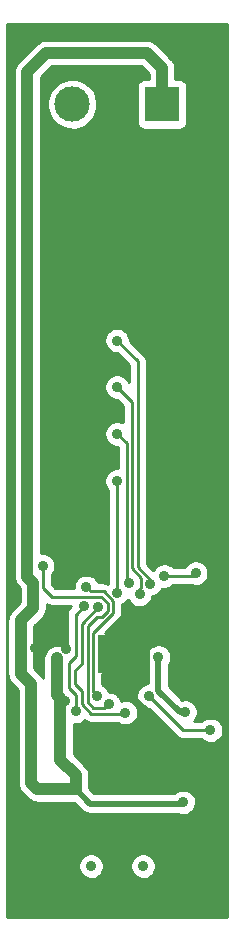
<source format=gbl>
G04 (created by PCBNEW (2013-mar-13)-testing) date Sun 16 Jun 2013 12:52:20 AM NZST*
%MOIN*%
G04 Gerber Fmt 3.4, Leading zero omitted, Abs format*
%FSLAX34Y34*%
G01*
G70*
G90*
G04 APERTURE LIST*
%ADD10C,0.005906*%
%ADD11R,0.125984X0.125984*%
%ADD12C,0.035400*%
%ADD13R,0.118100X0.118100*%
%ADD14C,0.118100*%
%ADD15C,0.035000*%
%ADD16C,0.019685*%
%ADD17C,0.039370*%
%ADD18C,0.010000*%
%ADD19C,0.009843*%
G04 APERTURE END LIST*
G54D10*
G54D11*
X31496Y-39960D03*
G54D12*
X32362Y-47047D03*
X30630Y-47047D03*
G54D13*
X32992Y-21653D03*
G54D14*
X30000Y-21653D03*
G54D15*
X33700Y-44921D03*
X29488Y-40118D03*
X33759Y-41909D03*
X32874Y-40078D03*
X29763Y-41535D03*
X30118Y-44488D03*
X31220Y-41653D03*
X29015Y-37047D03*
X30866Y-38425D03*
X31771Y-41929D03*
X30393Y-38385D03*
X30118Y-41889D03*
X30472Y-37755D03*
X30826Y-41377D03*
X31496Y-34212D03*
X31496Y-37933D03*
X31889Y-37598D03*
X31496Y-32637D03*
X32244Y-37992D03*
X31496Y-31082D03*
X32598Y-37637D03*
X31496Y-29527D03*
X34606Y-42519D03*
X32559Y-41377D03*
X34114Y-37283D03*
X33070Y-37381D03*
X32874Y-44488D03*
X29803Y-39803D03*
X28100Y-41446D03*
X28100Y-38080D03*
X29911Y-37214D03*
X28759Y-39763D03*
X31614Y-41299D03*
X33720Y-38090D03*
G54D16*
X30590Y-44960D02*
X30118Y-44488D01*
X33661Y-44960D02*
X30590Y-44960D01*
X33700Y-44921D02*
X33661Y-44960D01*
G54D17*
X28287Y-39035D02*
X28287Y-38858D01*
X28287Y-38858D02*
X28700Y-38444D01*
X28838Y-44488D02*
X28641Y-44291D01*
X28641Y-44291D02*
X28641Y-40984D01*
X28641Y-40984D02*
X28287Y-40629D01*
X28287Y-40629D02*
X28287Y-39035D01*
X28503Y-20570D02*
X29133Y-19940D01*
X29133Y-19940D02*
X32480Y-19940D01*
X32480Y-19940D02*
X32992Y-20452D01*
X32992Y-20452D02*
X32992Y-21653D01*
X30118Y-44488D02*
X28838Y-44488D01*
X28503Y-37401D02*
X28503Y-20570D01*
X28700Y-37598D02*
X28503Y-37401D01*
X28700Y-38444D02*
X28700Y-37598D01*
X29606Y-41535D02*
X29606Y-41456D01*
X29488Y-41338D02*
X29488Y-40118D01*
X29606Y-41456D02*
X29488Y-41338D01*
G54D16*
X33582Y-41909D02*
X33759Y-41909D01*
X32874Y-41200D02*
X33582Y-41909D01*
X32874Y-40078D02*
X32874Y-41200D01*
G54D18*
X29606Y-41535D02*
X29763Y-41535D01*
G54D17*
X30118Y-44015D02*
X30118Y-44488D01*
X29606Y-41535D02*
X29606Y-43503D01*
X29606Y-43503D02*
X30118Y-44015D01*
G54D18*
X31220Y-41653D02*
X31181Y-41653D01*
X31181Y-38287D02*
X30964Y-38070D01*
X30964Y-38070D02*
X29315Y-38070D01*
X29315Y-38070D02*
X29015Y-37770D01*
X29015Y-36968D02*
X29015Y-37770D01*
X31181Y-38543D02*
X31181Y-38287D01*
X30985Y-38738D02*
X31181Y-38543D01*
X30831Y-38738D02*
X30985Y-38738D01*
X30511Y-39058D02*
X30831Y-38738D01*
X30511Y-39058D02*
X30511Y-41574D01*
X30708Y-41771D02*
X30511Y-41574D01*
X31062Y-41771D02*
X30708Y-41771D01*
X31181Y-41653D02*
X31062Y-41771D01*
G54D19*
X30078Y-40984D02*
X30078Y-40529D01*
G54D18*
X30078Y-40529D02*
X30314Y-40293D01*
X30314Y-40293D02*
X30314Y-38976D01*
X30314Y-38976D02*
X30866Y-38425D01*
X30629Y-41968D02*
X30314Y-41653D01*
X30078Y-40984D02*
X30314Y-41220D01*
X30314Y-41220D02*
X30314Y-41653D01*
X30629Y-41968D02*
X31732Y-41968D01*
X31732Y-41968D02*
X31771Y-41929D01*
X31732Y-41968D02*
X31771Y-41929D01*
G54D19*
X30118Y-38661D02*
X30118Y-40039D01*
G54D18*
X30118Y-38661D02*
X30393Y-38385D01*
X29881Y-40275D02*
X29881Y-41102D01*
X29881Y-41102D02*
X30118Y-41338D01*
X30118Y-41338D02*
X30118Y-41889D01*
G54D19*
X30118Y-40039D02*
X29881Y-40275D01*
X31358Y-38602D02*
X31358Y-38603D01*
G54D18*
X31358Y-38602D02*
X31358Y-38208D01*
X31358Y-38208D02*
X31043Y-37893D01*
X31043Y-37893D02*
X30610Y-37893D01*
X30610Y-37893D02*
X30472Y-37755D01*
G54D19*
X30688Y-41240D02*
X30826Y-41377D01*
X30688Y-39272D02*
X30688Y-41240D01*
X31358Y-38603D02*
X30688Y-39272D01*
X30846Y-41358D02*
X30826Y-41377D01*
G54D18*
X31496Y-37933D02*
X31496Y-34212D01*
X31811Y-37519D02*
X31889Y-37598D01*
X31811Y-32952D02*
X31496Y-32637D01*
X31811Y-37204D02*
X31811Y-32952D01*
X31811Y-37204D02*
X31811Y-37519D01*
X32244Y-37992D02*
X32244Y-37814D01*
X31988Y-31574D02*
X31496Y-31082D01*
X31988Y-37125D02*
X31988Y-31574D01*
X32303Y-37440D02*
X31988Y-37125D01*
X32303Y-37755D02*
X32303Y-37440D01*
X32244Y-37814D02*
X32303Y-37755D01*
X32598Y-37637D02*
X32598Y-37500D01*
X32185Y-30216D02*
X31496Y-29527D01*
X32185Y-37086D02*
X32185Y-30216D01*
X32598Y-37500D02*
X32185Y-37086D01*
X33700Y-42519D02*
X34606Y-42519D01*
X32559Y-41377D02*
X33700Y-42519D01*
X33070Y-37381D02*
X34015Y-37381D01*
X34015Y-37381D02*
X34114Y-37283D01*
X33070Y-37381D02*
X33129Y-37322D01*
G54D16*
X32480Y-44094D02*
X32480Y-41889D01*
X32874Y-44488D02*
X32480Y-44094D01*
X32480Y-41889D02*
X31889Y-41299D01*
X28759Y-39763D02*
X28996Y-39527D01*
X29803Y-39724D02*
X29803Y-39803D01*
X29606Y-39527D02*
X29803Y-39724D01*
X28996Y-39527D02*
X29606Y-39527D01*
G54D19*
X28090Y-41496D02*
X28090Y-41456D01*
X28090Y-41456D02*
X28100Y-41446D01*
X28100Y-38080D02*
X28090Y-38070D01*
X29911Y-37214D02*
X29921Y-37224D01*
G54D16*
X28759Y-39763D02*
X28759Y-39744D01*
X31614Y-41299D02*
X31889Y-41299D01*
X31889Y-41299D02*
X32480Y-40708D01*
X33031Y-38090D02*
X33720Y-38090D01*
X32480Y-38641D02*
X33031Y-38090D01*
X32480Y-40708D02*
X32480Y-38641D01*
G54D10*
G36*
X29968Y-38370D02*
X29968Y-38386D01*
X29905Y-38449D01*
X29868Y-38494D01*
X29841Y-38546D01*
X29824Y-38602D01*
X29818Y-38660D01*
X29818Y-38668D01*
X29818Y-39819D01*
X29805Y-39803D01*
X29738Y-39747D01*
X29661Y-39706D01*
X29578Y-39680D01*
X29491Y-39671D01*
X29404Y-39679D01*
X29320Y-39703D01*
X29243Y-39744D01*
X29175Y-39798D01*
X29119Y-39865D01*
X29077Y-39942D01*
X29051Y-40025D01*
X29041Y-40111D01*
X29041Y-40118D01*
X29041Y-40788D01*
X29035Y-40777D01*
X29016Y-40740D01*
X29015Y-40739D01*
X29013Y-40736D01*
X28987Y-40704D01*
X28962Y-40672D01*
X28958Y-40669D01*
X28958Y-40669D01*
X28958Y-40669D01*
X28957Y-40668D01*
X28734Y-40444D01*
X28734Y-39043D01*
X29016Y-38760D01*
X29042Y-38728D01*
X29069Y-38697D01*
X29070Y-38695D01*
X29072Y-38693D01*
X29091Y-38657D01*
X29111Y-38620D01*
X29112Y-38618D01*
X29113Y-38616D01*
X29125Y-38577D01*
X29137Y-38537D01*
X29138Y-38535D01*
X29138Y-38533D01*
X29142Y-38492D01*
X29147Y-38451D01*
X29147Y-38446D01*
X29147Y-38446D01*
X29147Y-38446D01*
X29147Y-38444D01*
X29147Y-38319D01*
X29147Y-38319D01*
X29148Y-38320D01*
X29173Y-38333D01*
X29197Y-38346D01*
X29199Y-38347D01*
X29200Y-38347D01*
X29226Y-38355D01*
X29253Y-38364D01*
X29254Y-38364D01*
X29256Y-38364D01*
X29284Y-38367D01*
X29311Y-38370D01*
X29314Y-38370D01*
X29314Y-38370D01*
X29314Y-38370D01*
X29315Y-38370D01*
X29968Y-38370D01*
X29968Y-38370D01*
G37*
G54D18*
X29968Y-38370D02*
X29968Y-38386D01*
X29905Y-38449D01*
X29868Y-38494D01*
X29841Y-38546D01*
X29824Y-38602D01*
X29818Y-38660D01*
X29818Y-38668D01*
X29818Y-39819D01*
X29805Y-39803D01*
X29738Y-39747D01*
X29661Y-39706D01*
X29578Y-39680D01*
X29491Y-39671D01*
X29404Y-39679D01*
X29320Y-39703D01*
X29243Y-39744D01*
X29175Y-39798D01*
X29119Y-39865D01*
X29077Y-39942D01*
X29051Y-40025D01*
X29041Y-40111D01*
X29041Y-40118D01*
X29041Y-40788D01*
X29035Y-40777D01*
X29016Y-40740D01*
X29015Y-40739D01*
X29013Y-40736D01*
X28987Y-40704D01*
X28962Y-40672D01*
X28958Y-40669D01*
X28958Y-40669D01*
X28958Y-40669D01*
X28957Y-40668D01*
X28734Y-40444D01*
X28734Y-39043D01*
X29016Y-38760D01*
X29042Y-38728D01*
X29069Y-38697D01*
X29070Y-38695D01*
X29072Y-38693D01*
X29091Y-38657D01*
X29111Y-38620D01*
X29112Y-38618D01*
X29113Y-38616D01*
X29125Y-38577D01*
X29137Y-38537D01*
X29138Y-38535D01*
X29138Y-38533D01*
X29142Y-38492D01*
X29147Y-38451D01*
X29147Y-38446D01*
X29147Y-38446D01*
X29147Y-38446D01*
X29147Y-38444D01*
X29147Y-38319D01*
X29147Y-38319D01*
X29148Y-38320D01*
X29173Y-38333D01*
X29197Y-38346D01*
X29199Y-38347D01*
X29200Y-38347D01*
X29226Y-38355D01*
X29253Y-38364D01*
X29254Y-38364D01*
X29256Y-38364D01*
X29284Y-38367D01*
X29311Y-38370D01*
X29314Y-38370D01*
X29314Y-38370D01*
X29314Y-38370D01*
X29315Y-38370D01*
X29968Y-38370D01*
G54D10*
G36*
X35163Y-48746D02*
X35031Y-48746D01*
X35031Y-42478D01*
X35015Y-42396D01*
X34983Y-42319D01*
X34937Y-42249D01*
X34878Y-42190D01*
X34809Y-42144D01*
X34732Y-42111D01*
X34650Y-42094D01*
X34567Y-42094D01*
X34539Y-42099D01*
X34539Y-37241D01*
X34523Y-37160D01*
X34491Y-37082D01*
X34445Y-37013D01*
X34386Y-36954D01*
X34317Y-36907D01*
X34240Y-36875D01*
X34158Y-36858D01*
X34075Y-36858D01*
X33993Y-36873D01*
X33916Y-36905D01*
X33846Y-36950D01*
X33787Y-37008D01*
X33739Y-37077D01*
X33738Y-37081D01*
X33371Y-37081D01*
X33343Y-37052D01*
X33273Y-37006D01*
X33197Y-36973D01*
X33115Y-36957D01*
X33032Y-36956D01*
X32950Y-36972D01*
X32873Y-37003D01*
X32803Y-37049D01*
X32743Y-37107D01*
X32697Y-37174D01*
X32485Y-36962D01*
X32485Y-30216D01*
X32482Y-30188D01*
X32479Y-30161D01*
X32479Y-30159D01*
X32479Y-30158D01*
X32471Y-30131D01*
X32463Y-30105D01*
X32462Y-30103D01*
X32462Y-30102D01*
X32449Y-30077D01*
X32436Y-30053D01*
X32435Y-30051D01*
X32434Y-30050D01*
X32417Y-30029D01*
X32400Y-30007D01*
X32397Y-30005D01*
X32397Y-30005D01*
X32397Y-30005D01*
X32397Y-30004D01*
X31920Y-29527D01*
X31921Y-29485D01*
X31904Y-29404D01*
X31873Y-29327D01*
X31827Y-29257D01*
X31768Y-29198D01*
X31699Y-29151D01*
X31622Y-29119D01*
X31540Y-29102D01*
X31457Y-29102D01*
X31375Y-29117D01*
X31298Y-29149D01*
X31228Y-29194D01*
X31168Y-29253D01*
X31121Y-29321D01*
X31088Y-29398D01*
X31071Y-29479D01*
X31070Y-29563D01*
X31085Y-29645D01*
X31116Y-29722D01*
X31161Y-29792D01*
X31219Y-29852D01*
X31287Y-29900D01*
X31364Y-29933D01*
X31445Y-29951D01*
X31496Y-29952D01*
X31885Y-30340D01*
X31885Y-30911D01*
X31873Y-30882D01*
X31827Y-30812D01*
X31768Y-30753D01*
X31699Y-30707D01*
X31622Y-30674D01*
X31540Y-30657D01*
X31457Y-30657D01*
X31375Y-30672D01*
X31298Y-30704D01*
X31228Y-30749D01*
X31168Y-30808D01*
X31121Y-30876D01*
X31088Y-30953D01*
X31071Y-31035D01*
X31070Y-31118D01*
X31085Y-31200D01*
X31116Y-31277D01*
X31161Y-31347D01*
X31219Y-31407D01*
X31287Y-31455D01*
X31364Y-31488D01*
X31445Y-31506D01*
X31496Y-31507D01*
X31688Y-31699D01*
X31688Y-32257D01*
X31622Y-32229D01*
X31540Y-32213D01*
X31457Y-32212D01*
X31375Y-32228D01*
X31298Y-32259D01*
X31228Y-32304D01*
X31168Y-32363D01*
X31121Y-32432D01*
X31088Y-32508D01*
X31071Y-32590D01*
X31070Y-32673D01*
X31085Y-32755D01*
X31116Y-32833D01*
X31161Y-32903D01*
X31219Y-32963D01*
X31287Y-33010D01*
X31364Y-33043D01*
X31445Y-33061D01*
X31496Y-33062D01*
X31511Y-33077D01*
X31511Y-33787D01*
X31457Y-33787D01*
X31375Y-33802D01*
X31298Y-33834D01*
X31228Y-33879D01*
X31168Y-33938D01*
X31121Y-34006D01*
X31088Y-34083D01*
X31071Y-34164D01*
X31070Y-34248D01*
X31085Y-34330D01*
X31116Y-34407D01*
X31161Y-34477D01*
X31196Y-34513D01*
X31196Y-37631D01*
X31192Y-37635D01*
X31185Y-37631D01*
X31161Y-37617D01*
X31159Y-37617D01*
X31158Y-37616D01*
X31132Y-37608D01*
X31105Y-37600D01*
X31104Y-37600D01*
X31102Y-37599D01*
X31075Y-37596D01*
X31047Y-37593D01*
X31044Y-37593D01*
X31044Y-37593D01*
X31044Y-37593D01*
X31043Y-37593D01*
X30865Y-37593D01*
X30849Y-37555D01*
X30840Y-37542D01*
X30840Y-21571D01*
X30808Y-21409D01*
X30745Y-21257D01*
X30654Y-21119D01*
X30538Y-21002D01*
X30401Y-20910D01*
X30249Y-20846D01*
X30088Y-20813D01*
X29923Y-20812D01*
X29761Y-20843D01*
X29608Y-20905D01*
X29470Y-20995D01*
X29353Y-21110D01*
X29259Y-21246D01*
X29195Y-21398D01*
X29160Y-21559D01*
X29158Y-21724D01*
X29188Y-21886D01*
X29248Y-22039D01*
X29338Y-22178D01*
X29452Y-22296D01*
X29588Y-22390D01*
X29739Y-22456D01*
X29900Y-22492D01*
X30064Y-22495D01*
X30227Y-22466D01*
X30380Y-22407D01*
X30520Y-22319D01*
X30639Y-22205D01*
X30734Y-22070D01*
X30801Y-21920D01*
X30837Y-21759D01*
X30840Y-21571D01*
X30840Y-37542D01*
X30803Y-37485D01*
X30744Y-37426D01*
X30675Y-37380D01*
X30598Y-37347D01*
X30517Y-37331D01*
X30433Y-37330D01*
X30351Y-37346D01*
X30274Y-37377D01*
X30204Y-37423D01*
X30145Y-37481D01*
X30098Y-37550D01*
X30065Y-37626D01*
X30048Y-37708D01*
X30047Y-37770D01*
X29440Y-37770D01*
X29315Y-37646D01*
X29315Y-37348D01*
X29339Y-37326D01*
X29387Y-37258D01*
X29420Y-37182D01*
X29439Y-37100D01*
X29440Y-37005D01*
X29424Y-36923D01*
X29392Y-36846D01*
X29346Y-36777D01*
X29287Y-36718D01*
X29218Y-36671D01*
X29142Y-36639D01*
X29060Y-36622D01*
X28977Y-36621D01*
X28950Y-36626D01*
X28950Y-20755D01*
X29318Y-20387D01*
X32295Y-20387D01*
X32545Y-20637D01*
X32545Y-20813D01*
X32376Y-20813D01*
X32328Y-20822D01*
X32283Y-20841D01*
X32242Y-20868D01*
X32207Y-20903D01*
X32180Y-20944D01*
X32161Y-20990D01*
X32151Y-21038D01*
X32151Y-21087D01*
X32151Y-22268D01*
X32161Y-22316D01*
X32180Y-22362D01*
X32207Y-22403D01*
X32242Y-22438D01*
X32283Y-22465D01*
X32328Y-22484D01*
X32376Y-22494D01*
X32426Y-22494D01*
X33607Y-22494D01*
X33655Y-22484D01*
X33700Y-22465D01*
X33741Y-22438D01*
X33776Y-22403D01*
X33804Y-22362D01*
X33822Y-22316D01*
X33832Y-22268D01*
X33832Y-22219D01*
X33832Y-21038D01*
X33822Y-20990D01*
X33804Y-20944D01*
X33776Y-20903D01*
X33741Y-20868D01*
X33700Y-20841D01*
X33655Y-20822D01*
X33607Y-20813D01*
X33557Y-20813D01*
X33438Y-20813D01*
X33438Y-20452D01*
X33434Y-20411D01*
X33431Y-20370D01*
X33430Y-20368D01*
X33430Y-20365D01*
X33418Y-20326D01*
X33406Y-20286D01*
X33405Y-20284D01*
X33405Y-20282D01*
X33385Y-20245D01*
X33366Y-20209D01*
X33365Y-20207D01*
X33364Y-20205D01*
X33338Y-20173D01*
X33312Y-20141D01*
X33309Y-20137D01*
X33309Y-20137D01*
X33309Y-20137D01*
X33308Y-20136D01*
X32796Y-19624D01*
X32764Y-19598D01*
X32732Y-19572D01*
X32730Y-19571D01*
X32728Y-19569D01*
X32692Y-19550D01*
X32656Y-19530D01*
X32654Y-19529D01*
X32652Y-19528D01*
X32612Y-19516D01*
X32573Y-19503D01*
X32570Y-19503D01*
X32568Y-19502D01*
X32527Y-19498D01*
X32486Y-19494D01*
X32481Y-19494D01*
X32481Y-19494D01*
X32481Y-19494D01*
X32480Y-19494D01*
X29133Y-19494D01*
X29092Y-19498D01*
X29051Y-19501D01*
X29049Y-19502D01*
X29047Y-19502D01*
X29007Y-19514D01*
X28967Y-19526D01*
X28965Y-19527D01*
X28963Y-19527D01*
X28927Y-19547D01*
X28890Y-19566D01*
X28888Y-19567D01*
X28886Y-19568D01*
X28854Y-19594D01*
X28822Y-19620D01*
X28819Y-19623D01*
X28818Y-19623D01*
X28818Y-19623D01*
X28817Y-19624D01*
X28187Y-20254D01*
X28161Y-20286D01*
X28135Y-20318D01*
X28134Y-20320D01*
X28132Y-20322D01*
X28113Y-20358D01*
X28093Y-20394D01*
X28092Y-20397D01*
X28091Y-20399D01*
X28079Y-20438D01*
X28066Y-20477D01*
X28066Y-20480D01*
X28065Y-20482D01*
X28061Y-20523D01*
X28057Y-20564D01*
X28057Y-20569D01*
X28057Y-20569D01*
X28057Y-20569D01*
X28057Y-20570D01*
X28057Y-37401D01*
X28061Y-37442D01*
X28064Y-37483D01*
X28065Y-37486D01*
X28065Y-37488D01*
X28077Y-37527D01*
X28089Y-37567D01*
X28090Y-37569D01*
X28090Y-37571D01*
X28110Y-37608D01*
X28129Y-37644D01*
X28130Y-37646D01*
X28131Y-37648D01*
X28157Y-37680D01*
X28183Y-37713D01*
X28186Y-37716D01*
X28186Y-37716D01*
X28186Y-37716D01*
X28187Y-37717D01*
X28253Y-37783D01*
X28253Y-38259D01*
X27971Y-38542D01*
X27945Y-38574D01*
X27918Y-38605D01*
X27917Y-38607D01*
X27916Y-38609D01*
X27896Y-38646D01*
X27876Y-38682D01*
X27875Y-38684D01*
X27874Y-38686D01*
X27862Y-38726D01*
X27850Y-38765D01*
X27850Y-38767D01*
X27849Y-38769D01*
X27845Y-38811D01*
X27840Y-38852D01*
X27840Y-38856D01*
X27840Y-38856D01*
X27840Y-38856D01*
X27840Y-38858D01*
X27840Y-39035D01*
X27840Y-40629D01*
X27844Y-40671D01*
X27848Y-40712D01*
X27848Y-40714D01*
X27849Y-40716D01*
X27860Y-40756D01*
X27872Y-40795D01*
X27873Y-40797D01*
X27874Y-40800D01*
X27893Y-40836D01*
X27912Y-40873D01*
X27914Y-40875D01*
X27915Y-40877D01*
X27941Y-40909D01*
X27967Y-40941D01*
X27970Y-40944D01*
X27970Y-40944D01*
X27970Y-40944D01*
X27971Y-40945D01*
X28194Y-41169D01*
X28194Y-44291D01*
X28198Y-44332D01*
X28202Y-44373D01*
X28203Y-44375D01*
X28203Y-44378D01*
X28215Y-44417D01*
X28226Y-44457D01*
X28227Y-44459D01*
X28228Y-44461D01*
X28247Y-44498D01*
X28266Y-44534D01*
X28268Y-44536D01*
X28269Y-44538D01*
X28295Y-44570D01*
X28321Y-44602D01*
X28324Y-44606D01*
X28324Y-44606D01*
X28324Y-44606D01*
X28325Y-44607D01*
X28522Y-44804D01*
X28554Y-44830D01*
X28586Y-44856D01*
X28588Y-44858D01*
X28590Y-44859D01*
X28626Y-44879D01*
X28662Y-44898D01*
X28664Y-44899D01*
X28666Y-44900D01*
X28706Y-44912D01*
X28745Y-44925D01*
X28748Y-44925D01*
X28750Y-44926D01*
X28791Y-44930D01*
X28832Y-44934D01*
X28836Y-44935D01*
X28837Y-44935D01*
X28837Y-44935D01*
X28838Y-44935D01*
X30072Y-44935D01*
X30344Y-45207D01*
X30369Y-45227D01*
X30393Y-45248D01*
X30395Y-45249D01*
X30396Y-45250D01*
X30425Y-45265D01*
X30453Y-45280D01*
X30455Y-45281D01*
X30456Y-45282D01*
X30487Y-45291D01*
X30518Y-45301D01*
X30519Y-45301D01*
X30521Y-45302D01*
X30553Y-45305D01*
X30585Y-45309D01*
X30589Y-45309D01*
X30589Y-45309D01*
X30589Y-45309D01*
X30590Y-45309D01*
X33526Y-45309D01*
X33568Y-45327D01*
X33650Y-45345D01*
X33733Y-45347D01*
X33815Y-45332D01*
X33893Y-45302D01*
X33963Y-45257D01*
X34024Y-45200D01*
X34072Y-45132D01*
X34106Y-45056D01*
X34124Y-44974D01*
X34125Y-44879D01*
X34109Y-44797D01*
X34077Y-44720D01*
X34031Y-44651D01*
X33973Y-44592D01*
X33903Y-44545D01*
X33827Y-44513D01*
X33745Y-44496D01*
X33662Y-44495D01*
X33580Y-44511D01*
X33502Y-44542D01*
X33433Y-44588D01*
X33408Y-44612D01*
X30734Y-44612D01*
X30564Y-44442D01*
X30564Y-44015D01*
X30560Y-43974D01*
X30557Y-43933D01*
X30556Y-43931D01*
X30556Y-43928D01*
X30544Y-43889D01*
X30533Y-43849D01*
X30531Y-43847D01*
X30531Y-43845D01*
X30511Y-43809D01*
X30492Y-43772D01*
X30491Y-43770D01*
X30490Y-43768D01*
X30464Y-43736D01*
X30438Y-43704D01*
X30435Y-43700D01*
X30435Y-43700D01*
X30435Y-43700D01*
X30434Y-43699D01*
X30053Y-43318D01*
X30053Y-42310D01*
X30067Y-42313D01*
X30150Y-42315D01*
X30232Y-42301D01*
X30310Y-42270D01*
X30381Y-42226D01*
X30423Y-42185D01*
X30439Y-42198D01*
X30460Y-42216D01*
X30461Y-42216D01*
X30463Y-42217D01*
X30487Y-42230D01*
X30511Y-42244D01*
X30513Y-42244D01*
X30514Y-42245D01*
X30541Y-42253D01*
X30567Y-42261D01*
X30569Y-42262D01*
X30570Y-42262D01*
X30598Y-42265D01*
X30625Y-42268D01*
X30628Y-42268D01*
X30628Y-42268D01*
X30628Y-42268D01*
X30629Y-42268D01*
X31515Y-42268D01*
X31563Y-42301D01*
X31639Y-42335D01*
X31721Y-42353D01*
X31804Y-42354D01*
X31886Y-42340D01*
X31964Y-42310D01*
X32034Y-42265D01*
X32094Y-42208D01*
X32142Y-42140D01*
X32176Y-42063D01*
X32195Y-41982D01*
X32196Y-41887D01*
X32180Y-41805D01*
X32148Y-41728D01*
X32102Y-41659D01*
X32043Y-41600D01*
X31974Y-41553D01*
X31897Y-41521D01*
X31816Y-41504D01*
X31732Y-41503D01*
X31651Y-41519D01*
X31628Y-41528D01*
X31597Y-41453D01*
X31551Y-41383D01*
X31492Y-41324D01*
X31423Y-41277D01*
X31346Y-41245D01*
X31265Y-41228D01*
X31224Y-41228D01*
X31203Y-41177D01*
X31157Y-41108D01*
X31098Y-41048D01*
X31029Y-41002D01*
X30988Y-40984D01*
X30988Y-40640D01*
X31435Y-40640D01*
X31447Y-40628D01*
X31447Y-40009D01*
X31439Y-40009D01*
X31439Y-39912D01*
X31447Y-39912D01*
X31447Y-39293D01*
X31435Y-39280D01*
X31103Y-39280D01*
X31566Y-38817D01*
X31568Y-38816D01*
X31569Y-38814D01*
X31569Y-38814D01*
X31570Y-38813D01*
X31605Y-38771D01*
X31634Y-38720D01*
X31651Y-38664D01*
X31658Y-38606D01*
X31658Y-38602D01*
X31658Y-38326D01*
X31688Y-38314D01*
X31758Y-38269D01*
X31819Y-38212D01*
X31854Y-38162D01*
X31864Y-38187D01*
X31909Y-38257D01*
X31967Y-38317D01*
X32035Y-38364D01*
X32112Y-38398D01*
X32193Y-38416D01*
X32276Y-38417D01*
X32358Y-38403D01*
X32436Y-38373D01*
X32507Y-38328D01*
X32567Y-38271D01*
X32615Y-38203D01*
X32649Y-38126D01*
X32665Y-38057D01*
X32713Y-38049D01*
X32790Y-38018D01*
X32861Y-37974D01*
X32921Y-37916D01*
X32969Y-37848D01*
X32991Y-37799D01*
X33020Y-37805D01*
X33103Y-37807D01*
X33185Y-37793D01*
X33263Y-37763D01*
X33333Y-37718D01*
X33372Y-37681D01*
X33964Y-37681D01*
X33982Y-37689D01*
X34063Y-37707D01*
X34146Y-37709D01*
X34229Y-37694D01*
X34306Y-37664D01*
X34377Y-37619D01*
X34437Y-37562D01*
X34485Y-37494D01*
X34519Y-37418D01*
X34537Y-37336D01*
X34539Y-37241D01*
X34539Y-42099D01*
X34485Y-42110D01*
X34408Y-42141D01*
X34338Y-42186D01*
X34305Y-42219D01*
X34050Y-42219D01*
X34083Y-42188D01*
X34131Y-42120D01*
X34165Y-42044D01*
X34183Y-41962D01*
X34184Y-41867D01*
X34168Y-41786D01*
X34136Y-41708D01*
X34090Y-41639D01*
X34032Y-41580D01*
X33962Y-41533D01*
X33886Y-41501D01*
X33804Y-41484D01*
X33721Y-41484D01*
X33661Y-41495D01*
X33222Y-41056D01*
X33222Y-40322D01*
X33245Y-40289D01*
X33279Y-40213D01*
X33297Y-40132D01*
X33299Y-40037D01*
X33282Y-39955D01*
X33251Y-39878D01*
X33204Y-39808D01*
X33146Y-39749D01*
X33077Y-39703D01*
X33000Y-39670D01*
X32918Y-39654D01*
X32835Y-39653D01*
X32753Y-39669D01*
X32676Y-39700D01*
X32606Y-39745D01*
X32546Y-39804D01*
X32499Y-39873D01*
X32466Y-39949D01*
X32449Y-40031D01*
X32448Y-40114D01*
X32463Y-40196D01*
X32494Y-40273D01*
X32525Y-40322D01*
X32525Y-40952D01*
X32520Y-40952D01*
X32438Y-40968D01*
X32361Y-40999D01*
X32291Y-41045D01*
X32231Y-41103D01*
X32184Y-41172D01*
X32175Y-41192D01*
X32175Y-40595D01*
X32175Y-40585D01*
X32175Y-40021D01*
X32175Y-39899D01*
X32175Y-39335D01*
X32175Y-39325D01*
X32174Y-39316D01*
X32170Y-39307D01*
X32164Y-39298D01*
X32157Y-39291D01*
X32149Y-39286D01*
X32140Y-39282D01*
X32130Y-39280D01*
X31556Y-39280D01*
X31544Y-39293D01*
X31544Y-39912D01*
X32163Y-39912D01*
X32175Y-39899D01*
X32175Y-40021D01*
X32163Y-40009D01*
X31544Y-40009D01*
X31544Y-40628D01*
X31556Y-40640D01*
X32130Y-40640D01*
X32140Y-40638D01*
X32149Y-40634D01*
X32157Y-40629D01*
X32164Y-40622D01*
X32170Y-40614D01*
X32174Y-40605D01*
X32175Y-40595D01*
X32175Y-41192D01*
X32151Y-41248D01*
X32134Y-41330D01*
X32133Y-41413D01*
X32148Y-41495D01*
X32179Y-41573D01*
X32224Y-41643D01*
X32282Y-41703D01*
X32350Y-41750D01*
X32427Y-41784D01*
X32508Y-41802D01*
X32559Y-41803D01*
X33488Y-42731D01*
X33510Y-42749D01*
X33531Y-42767D01*
X33532Y-42767D01*
X33533Y-42768D01*
X33558Y-42782D01*
X33582Y-42795D01*
X33584Y-42795D01*
X33585Y-42796D01*
X33611Y-42804D01*
X33638Y-42813D01*
X33639Y-42813D01*
X33641Y-42813D01*
X33669Y-42816D01*
X33696Y-42819D01*
X33699Y-42819D01*
X33699Y-42819D01*
X33699Y-42819D01*
X33700Y-42819D01*
X34305Y-42819D01*
X34329Y-42844D01*
X34397Y-42892D01*
X34474Y-42925D01*
X34555Y-42943D01*
X34639Y-42945D01*
X34721Y-42931D01*
X34798Y-42900D01*
X34869Y-42856D01*
X34929Y-42798D01*
X34977Y-42730D01*
X35011Y-42654D01*
X35029Y-42573D01*
X35031Y-42478D01*
X35031Y-48746D01*
X32789Y-48746D01*
X32789Y-47005D01*
X32772Y-46923D01*
X32740Y-46845D01*
X32694Y-46776D01*
X32635Y-46716D01*
X32566Y-46669D01*
X32488Y-46637D01*
X32406Y-46620D01*
X32323Y-46619D01*
X32240Y-46635D01*
X32163Y-46667D01*
X32093Y-46712D01*
X32033Y-46771D01*
X31986Y-46840D01*
X31953Y-46917D01*
X31935Y-46999D01*
X31934Y-47083D01*
X31949Y-47165D01*
X31980Y-47243D01*
X32025Y-47313D01*
X32083Y-47373D01*
X32152Y-47421D01*
X32229Y-47455D01*
X32311Y-47473D01*
X32394Y-47475D01*
X32477Y-47460D01*
X32555Y-47430D01*
X32626Y-47385D01*
X32686Y-47327D01*
X32735Y-47259D01*
X32769Y-47182D01*
X32787Y-47101D01*
X32789Y-47005D01*
X32789Y-48746D01*
X31057Y-48746D01*
X31057Y-47005D01*
X31040Y-46923D01*
X31008Y-46845D01*
X30962Y-46776D01*
X30903Y-46716D01*
X30834Y-46669D01*
X30756Y-46637D01*
X30674Y-46620D01*
X30591Y-46619D01*
X30508Y-46635D01*
X30431Y-46667D01*
X30361Y-46712D01*
X30301Y-46771D01*
X30254Y-46840D01*
X30221Y-46917D01*
X30203Y-46999D01*
X30202Y-47083D01*
X30217Y-47165D01*
X30248Y-47243D01*
X30293Y-47313D01*
X30351Y-47373D01*
X30420Y-47421D01*
X30497Y-47455D01*
X30579Y-47473D01*
X30662Y-47475D01*
X30745Y-47460D01*
X30823Y-47430D01*
X30894Y-47385D01*
X30954Y-47327D01*
X31003Y-47259D01*
X31037Y-47182D01*
X31055Y-47101D01*
X31057Y-47005D01*
X31057Y-48746D01*
X27828Y-48746D01*
X27828Y-18970D01*
X35163Y-18970D01*
X35163Y-48746D01*
X35163Y-48746D01*
G37*
G54D18*
X35163Y-48746D02*
X35031Y-48746D01*
X35031Y-42478D01*
X35015Y-42396D01*
X34983Y-42319D01*
X34937Y-42249D01*
X34878Y-42190D01*
X34809Y-42144D01*
X34732Y-42111D01*
X34650Y-42094D01*
X34567Y-42094D01*
X34539Y-42099D01*
X34539Y-37241D01*
X34523Y-37160D01*
X34491Y-37082D01*
X34445Y-37013D01*
X34386Y-36954D01*
X34317Y-36907D01*
X34240Y-36875D01*
X34158Y-36858D01*
X34075Y-36858D01*
X33993Y-36873D01*
X33916Y-36905D01*
X33846Y-36950D01*
X33787Y-37008D01*
X33739Y-37077D01*
X33738Y-37081D01*
X33371Y-37081D01*
X33343Y-37052D01*
X33273Y-37006D01*
X33197Y-36973D01*
X33115Y-36957D01*
X33032Y-36956D01*
X32950Y-36972D01*
X32873Y-37003D01*
X32803Y-37049D01*
X32743Y-37107D01*
X32697Y-37174D01*
X32485Y-36962D01*
X32485Y-30216D01*
X32482Y-30188D01*
X32479Y-30161D01*
X32479Y-30159D01*
X32479Y-30158D01*
X32471Y-30131D01*
X32463Y-30105D01*
X32462Y-30103D01*
X32462Y-30102D01*
X32449Y-30077D01*
X32436Y-30053D01*
X32435Y-30051D01*
X32434Y-30050D01*
X32417Y-30029D01*
X32400Y-30007D01*
X32397Y-30005D01*
X32397Y-30005D01*
X32397Y-30005D01*
X32397Y-30004D01*
X31920Y-29527D01*
X31921Y-29485D01*
X31904Y-29404D01*
X31873Y-29327D01*
X31827Y-29257D01*
X31768Y-29198D01*
X31699Y-29151D01*
X31622Y-29119D01*
X31540Y-29102D01*
X31457Y-29102D01*
X31375Y-29117D01*
X31298Y-29149D01*
X31228Y-29194D01*
X31168Y-29253D01*
X31121Y-29321D01*
X31088Y-29398D01*
X31071Y-29479D01*
X31070Y-29563D01*
X31085Y-29645D01*
X31116Y-29722D01*
X31161Y-29792D01*
X31219Y-29852D01*
X31287Y-29900D01*
X31364Y-29933D01*
X31445Y-29951D01*
X31496Y-29952D01*
X31885Y-30340D01*
X31885Y-30911D01*
X31873Y-30882D01*
X31827Y-30812D01*
X31768Y-30753D01*
X31699Y-30707D01*
X31622Y-30674D01*
X31540Y-30657D01*
X31457Y-30657D01*
X31375Y-30672D01*
X31298Y-30704D01*
X31228Y-30749D01*
X31168Y-30808D01*
X31121Y-30876D01*
X31088Y-30953D01*
X31071Y-31035D01*
X31070Y-31118D01*
X31085Y-31200D01*
X31116Y-31277D01*
X31161Y-31347D01*
X31219Y-31407D01*
X31287Y-31455D01*
X31364Y-31488D01*
X31445Y-31506D01*
X31496Y-31507D01*
X31688Y-31699D01*
X31688Y-32257D01*
X31622Y-32229D01*
X31540Y-32213D01*
X31457Y-32212D01*
X31375Y-32228D01*
X31298Y-32259D01*
X31228Y-32304D01*
X31168Y-32363D01*
X31121Y-32432D01*
X31088Y-32508D01*
X31071Y-32590D01*
X31070Y-32673D01*
X31085Y-32755D01*
X31116Y-32833D01*
X31161Y-32903D01*
X31219Y-32963D01*
X31287Y-33010D01*
X31364Y-33043D01*
X31445Y-33061D01*
X31496Y-33062D01*
X31511Y-33077D01*
X31511Y-33787D01*
X31457Y-33787D01*
X31375Y-33802D01*
X31298Y-33834D01*
X31228Y-33879D01*
X31168Y-33938D01*
X31121Y-34006D01*
X31088Y-34083D01*
X31071Y-34164D01*
X31070Y-34248D01*
X31085Y-34330D01*
X31116Y-34407D01*
X31161Y-34477D01*
X31196Y-34513D01*
X31196Y-37631D01*
X31192Y-37635D01*
X31185Y-37631D01*
X31161Y-37617D01*
X31159Y-37617D01*
X31158Y-37616D01*
X31132Y-37608D01*
X31105Y-37600D01*
X31104Y-37600D01*
X31102Y-37599D01*
X31075Y-37596D01*
X31047Y-37593D01*
X31044Y-37593D01*
X31044Y-37593D01*
X31044Y-37593D01*
X31043Y-37593D01*
X30865Y-37593D01*
X30849Y-37555D01*
X30840Y-37542D01*
X30840Y-21571D01*
X30808Y-21409D01*
X30745Y-21257D01*
X30654Y-21119D01*
X30538Y-21002D01*
X30401Y-20910D01*
X30249Y-20846D01*
X30088Y-20813D01*
X29923Y-20812D01*
X29761Y-20843D01*
X29608Y-20905D01*
X29470Y-20995D01*
X29353Y-21110D01*
X29259Y-21246D01*
X29195Y-21398D01*
X29160Y-21559D01*
X29158Y-21724D01*
X29188Y-21886D01*
X29248Y-22039D01*
X29338Y-22178D01*
X29452Y-22296D01*
X29588Y-22390D01*
X29739Y-22456D01*
X29900Y-22492D01*
X30064Y-22495D01*
X30227Y-22466D01*
X30380Y-22407D01*
X30520Y-22319D01*
X30639Y-22205D01*
X30734Y-22070D01*
X30801Y-21920D01*
X30837Y-21759D01*
X30840Y-21571D01*
X30840Y-37542D01*
X30803Y-37485D01*
X30744Y-37426D01*
X30675Y-37380D01*
X30598Y-37347D01*
X30517Y-37331D01*
X30433Y-37330D01*
X30351Y-37346D01*
X30274Y-37377D01*
X30204Y-37423D01*
X30145Y-37481D01*
X30098Y-37550D01*
X30065Y-37626D01*
X30048Y-37708D01*
X30047Y-37770D01*
X29440Y-37770D01*
X29315Y-37646D01*
X29315Y-37348D01*
X29339Y-37326D01*
X29387Y-37258D01*
X29420Y-37182D01*
X29439Y-37100D01*
X29440Y-37005D01*
X29424Y-36923D01*
X29392Y-36846D01*
X29346Y-36777D01*
X29287Y-36718D01*
X29218Y-36671D01*
X29142Y-36639D01*
X29060Y-36622D01*
X28977Y-36621D01*
X28950Y-36626D01*
X28950Y-20755D01*
X29318Y-20387D01*
X32295Y-20387D01*
X32545Y-20637D01*
X32545Y-20813D01*
X32376Y-20813D01*
X32328Y-20822D01*
X32283Y-20841D01*
X32242Y-20868D01*
X32207Y-20903D01*
X32180Y-20944D01*
X32161Y-20990D01*
X32151Y-21038D01*
X32151Y-21087D01*
X32151Y-22268D01*
X32161Y-22316D01*
X32180Y-22362D01*
X32207Y-22403D01*
X32242Y-22438D01*
X32283Y-22465D01*
X32328Y-22484D01*
X32376Y-22494D01*
X32426Y-22494D01*
X33607Y-22494D01*
X33655Y-22484D01*
X33700Y-22465D01*
X33741Y-22438D01*
X33776Y-22403D01*
X33804Y-22362D01*
X33822Y-22316D01*
X33832Y-22268D01*
X33832Y-22219D01*
X33832Y-21038D01*
X33822Y-20990D01*
X33804Y-20944D01*
X33776Y-20903D01*
X33741Y-20868D01*
X33700Y-20841D01*
X33655Y-20822D01*
X33607Y-20813D01*
X33557Y-20813D01*
X33438Y-20813D01*
X33438Y-20452D01*
X33434Y-20411D01*
X33431Y-20370D01*
X33430Y-20368D01*
X33430Y-20365D01*
X33418Y-20326D01*
X33406Y-20286D01*
X33405Y-20284D01*
X33405Y-20282D01*
X33385Y-20245D01*
X33366Y-20209D01*
X33365Y-20207D01*
X33364Y-20205D01*
X33338Y-20173D01*
X33312Y-20141D01*
X33309Y-20137D01*
X33309Y-20137D01*
X33309Y-20137D01*
X33308Y-20136D01*
X32796Y-19624D01*
X32764Y-19598D01*
X32732Y-19572D01*
X32730Y-19571D01*
X32728Y-19569D01*
X32692Y-19550D01*
X32656Y-19530D01*
X32654Y-19529D01*
X32652Y-19528D01*
X32612Y-19516D01*
X32573Y-19503D01*
X32570Y-19503D01*
X32568Y-19502D01*
X32527Y-19498D01*
X32486Y-19494D01*
X32481Y-19494D01*
X32481Y-19494D01*
X32481Y-19494D01*
X32480Y-19494D01*
X29133Y-19494D01*
X29092Y-19498D01*
X29051Y-19501D01*
X29049Y-19502D01*
X29047Y-19502D01*
X29007Y-19514D01*
X28967Y-19526D01*
X28965Y-19527D01*
X28963Y-19527D01*
X28927Y-19547D01*
X28890Y-19566D01*
X28888Y-19567D01*
X28886Y-19568D01*
X28854Y-19594D01*
X28822Y-19620D01*
X28819Y-19623D01*
X28818Y-19623D01*
X28818Y-19623D01*
X28817Y-19624D01*
X28187Y-20254D01*
X28161Y-20286D01*
X28135Y-20318D01*
X28134Y-20320D01*
X28132Y-20322D01*
X28113Y-20358D01*
X28093Y-20394D01*
X28092Y-20397D01*
X28091Y-20399D01*
X28079Y-20438D01*
X28066Y-20477D01*
X28066Y-20480D01*
X28065Y-20482D01*
X28061Y-20523D01*
X28057Y-20564D01*
X28057Y-20569D01*
X28057Y-20569D01*
X28057Y-20569D01*
X28057Y-20570D01*
X28057Y-37401D01*
X28061Y-37442D01*
X28064Y-37483D01*
X28065Y-37486D01*
X28065Y-37488D01*
X28077Y-37527D01*
X28089Y-37567D01*
X28090Y-37569D01*
X28090Y-37571D01*
X28110Y-37608D01*
X28129Y-37644D01*
X28130Y-37646D01*
X28131Y-37648D01*
X28157Y-37680D01*
X28183Y-37713D01*
X28186Y-37716D01*
X28186Y-37716D01*
X28186Y-37716D01*
X28187Y-37717D01*
X28253Y-37783D01*
X28253Y-38259D01*
X27971Y-38542D01*
X27945Y-38574D01*
X27918Y-38605D01*
X27917Y-38607D01*
X27916Y-38609D01*
X27896Y-38646D01*
X27876Y-38682D01*
X27875Y-38684D01*
X27874Y-38686D01*
X27862Y-38726D01*
X27850Y-38765D01*
X27850Y-38767D01*
X27849Y-38769D01*
X27845Y-38811D01*
X27840Y-38852D01*
X27840Y-38856D01*
X27840Y-38856D01*
X27840Y-38856D01*
X27840Y-38858D01*
X27840Y-39035D01*
X27840Y-40629D01*
X27844Y-40671D01*
X27848Y-40712D01*
X27848Y-40714D01*
X27849Y-40716D01*
X27860Y-40756D01*
X27872Y-40795D01*
X27873Y-40797D01*
X27874Y-40800D01*
X27893Y-40836D01*
X27912Y-40873D01*
X27914Y-40875D01*
X27915Y-40877D01*
X27941Y-40909D01*
X27967Y-40941D01*
X27970Y-40944D01*
X27970Y-40944D01*
X27970Y-40944D01*
X27971Y-40945D01*
X28194Y-41169D01*
X28194Y-44291D01*
X28198Y-44332D01*
X28202Y-44373D01*
X28203Y-44375D01*
X28203Y-44378D01*
X28215Y-44417D01*
X28226Y-44457D01*
X28227Y-44459D01*
X28228Y-44461D01*
X28247Y-44498D01*
X28266Y-44534D01*
X28268Y-44536D01*
X28269Y-44538D01*
X28295Y-44570D01*
X28321Y-44602D01*
X28324Y-44606D01*
X28324Y-44606D01*
X28324Y-44606D01*
X28325Y-44607D01*
X28522Y-44804D01*
X28554Y-44830D01*
X28586Y-44856D01*
X28588Y-44858D01*
X28590Y-44859D01*
X28626Y-44879D01*
X28662Y-44898D01*
X28664Y-44899D01*
X28666Y-44900D01*
X28706Y-44912D01*
X28745Y-44925D01*
X28748Y-44925D01*
X28750Y-44926D01*
X28791Y-44930D01*
X28832Y-44934D01*
X28836Y-44935D01*
X28837Y-44935D01*
X28837Y-44935D01*
X28838Y-44935D01*
X30072Y-44935D01*
X30344Y-45207D01*
X30369Y-45227D01*
X30393Y-45248D01*
X30395Y-45249D01*
X30396Y-45250D01*
X30425Y-45265D01*
X30453Y-45280D01*
X30455Y-45281D01*
X30456Y-45282D01*
X30487Y-45291D01*
X30518Y-45301D01*
X30519Y-45301D01*
X30521Y-45302D01*
X30553Y-45305D01*
X30585Y-45309D01*
X30589Y-45309D01*
X30589Y-45309D01*
X30589Y-45309D01*
X30590Y-45309D01*
X33526Y-45309D01*
X33568Y-45327D01*
X33650Y-45345D01*
X33733Y-45347D01*
X33815Y-45332D01*
X33893Y-45302D01*
X33963Y-45257D01*
X34024Y-45200D01*
X34072Y-45132D01*
X34106Y-45056D01*
X34124Y-44974D01*
X34125Y-44879D01*
X34109Y-44797D01*
X34077Y-44720D01*
X34031Y-44651D01*
X33973Y-44592D01*
X33903Y-44545D01*
X33827Y-44513D01*
X33745Y-44496D01*
X33662Y-44495D01*
X33580Y-44511D01*
X33502Y-44542D01*
X33433Y-44588D01*
X33408Y-44612D01*
X30734Y-44612D01*
X30564Y-44442D01*
X30564Y-44015D01*
X30560Y-43974D01*
X30557Y-43933D01*
X30556Y-43931D01*
X30556Y-43928D01*
X30544Y-43889D01*
X30533Y-43849D01*
X30531Y-43847D01*
X30531Y-43845D01*
X30511Y-43809D01*
X30492Y-43772D01*
X30491Y-43770D01*
X30490Y-43768D01*
X30464Y-43736D01*
X30438Y-43704D01*
X30435Y-43700D01*
X30435Y-43700D01*
X30435Y-43700D01*
X30434Y-43699D01*
X30053Y-43318D01*
X30053Y-42310D01*
X30067Y-42313D01*
X30150Y-42315D01*
X30232Y-42301D01*
X30310Y-42270D01*
X30381Y-42226D01*
X30423Y-42185D01*
X30439Y-42198D01*
X30460Y-42216D01*
X30461Y-42216D01*
X30463Y-42217D01*
X30487Y-42230D01*
X30511Y-42244D01*
X30513Y-42244D01*
X30514Y-42245D01*
X30541Y-42253D01*
X30567Y-42261D01*
X30569Y-42262D01*
X30570Y-42262D01*
X30598Y-42265D01*
X30625Y-42268D01*
X30628Y-42268D01*
X30628Y-42268D01*
X30628Y-42268D01*
X30629Y-42268D01*
X31515Y-42268D01*
X31563Y-42301D01*
X31639Y-42335D01*
X31721Y-42353D01*
X31804Y-42354D01*
X31886Y-42340D01*
X31964Y-42310D01*
X32034Y-42265D01*
X32094Y-42208D01*
X32142Y-42140D01*
X32176Y-42063D01*
X32195Y-41982D01*
X32196Y-41887D01*
X32180Y-41805D01*
X32148Y-41728D01*
X32102Y-41659D01*
X32043Y-41600D01*
X31974Y-41553D01*
X31897Y-41521D01*
X31816Y-41504D01*
X31732Y-41503D01*
X31651Y-41519D01*
X31628Y-41528D01*
X31597Y-41453D01*
X31551Y-41383D01*
X31492Y-41324D01*
X31423Y-41277D01*
X31346Y-41245D01*
X31265Y-41228D01*
X31224Y-41228D01*
X31203Y-41177D01*
X31157Y-41108D01*
X31098Y-41048D01*
X31029Y-41002D01*
X30988Y-40984D01*
X30988Y-40640D01*
X31435Y-40640D01*
X31447Y-40628D01*
X31447Y-40009D01*
X31439Y-40009D01*
X31439Y-39912D01*
X31447Y-39912D01*
X31447Y-39293D01*
X31435Y-39280D01*
X31103Y-39280D01*
X31566Y-38817D01*
X31568Y-38816D01*
X31569Y-38814D01*
X31569Y-38814D01*
X31570Y-38813D01*
X31605Y-38771D01*
X31634Y-38720D01*
X31651Y-38664D01*
X31658Y-38606D01*
X31658Y-38602D01*
X31658Y-38326D01*
X31688Y-38314D01*
X31758Y-38269D01*
X31819Y-38212D01*
X31854Y-38162D01*
X31864Y-38187D01*
X31909Y-38257D01*
X31967Y-38317D01*
X32035Y-38364D01*
X32112Y-38398D01*
X32193Y-38416D01*
X32276Y-38417D01*
X32358Y-38403D01*
X32436Y-38373D01*
X32507Y-38328D01*
X32567Y-38271D01*
X32615Y-38203D01*
X32649Y-38126D01*
X32665Y-38057D01*
X32713Y-38049D01*
X32790Y-38018D01*
X32861Y-37974D01*
X32921Y-37916D01*
X32969Y-37848D01*
X32991Y-37799D01*
X33020Y-37805D01*
X33103Y-37807D01*
X33185Y-37793D01*
X33263Y-37763D01*
X33333Y-37718D01*
X33372Y-37681D01*
X33964Y-37681D01*
X33982Y-37689D01*
X34063Y-37707D01*
X34146Y-37709D01*
X34229Y-37694D01*
X34306Y-37664D01*
X34377Y-37619D01*
X34437Y-37562D01*
X34485Y-37494D01*
X34519Y-37418D01*
X34537Y-37336D01*
X34539Y-37241D01*
X34539Y-42099D01*
X34485Y-42110D01*
X34408Y-42141D01*
X34338Y-42186D01*
X34305Y-42219D01*
X34050Y-42219D01*
X34083Y-42188D01*
X34131Y-42120D01*
X34165Y-42044D01*
X34183Y-41962D01*
X34184Y-41867D01*
X34168Y-41786D01*
X34136Y-41708D01*
X34090Y-41639D01*
X34032Y-41580D01*
X33962Y-41533D01*
X33886Y-41501D01*
X33804Y-41484D01*
X33721Y-41484D01*
X33661Y-41495D01*
X33222Y-41056D01*
X33222Y-40322D01*
X33245Y-40289D01*
X33279Y-40213D01*
X33297Y-40132D01*
X33299Y-40037D01*
X33282Y-39955D01*
X33251Y-39878D01*
X33204Y-39808D01*
X33146Y-39749D01*
X33077Y-39703D01*
X33000Y-39670D01*
X32918Y-39654D01*
X32835Y-39653D01*
X32753Y-39669D01*
X32676Y-39700D01*
X32606Y-39745D01*
X32546Y-39804D01*
X32499Y-39873D01*
X32466Y-39949D01*
X32449Y-40031D01*
X32448Y-40114D01*
X32463Y-40196D01*
X32494Y-40273D01*
X32525Y-40322D01*
X32525Y-40952D01*
X32520Y-40952D01*
X32438Y-40968D01*
X32361Y-40999D01*
X32291Y-41045D01*
X32231Y-41103D01*
X32184Y-41172D01*
X32175Y-41192D01*
X32175Y-40595D01*
X32175Y-40585D01*
X32175Y-40021D01*
X32175Y-39899D01*
X32175Y-39335D01*
X32175Y-39325D01*
X32174Y-39316D01*
X32170Y-39307D01*
X32164Y-39298D01*
X32157Y-39291D01*
X32149Y-39286D01*
X32140Y-39282D01*
X32130Y-39280D01*
X31556Y-39280D01*
X31544Y-39293D01*
X31544Y-39912D01*
X32163Y-39912D01*
X32175Y-39899D01*
X32175Y-40021D01*
X32163Y-40009D01*
X31544Y-40009D01*
X31544Y-40628D01*
X31556Y-40640D01*
X32130Y-40640D01*
X32140Y-40638D01*
X32149Y-40634D01*
X32157Y-40629D01*
X32164Y-40622D01*
X32170Y-40614D01*
X32174Y-40605D01*
X32175Y-40595D01*
X32175Y-41192D01*
X32151Y-41248D01*
X32134Y-41330D01*
X32133Y-41413D01*
X32148Y-41495D01*
X32179Y-41573D01*
X32224Y-41643D01*
X32282Y-41703D01*
X32350Y-41750D01*
X32427Y-41784D01*
X32508Y-41802D01*
X32559Y-41803D01*
X33488Y-42731D01*
X33510Y-42749D01*
X33531Y-42767D01*
X33532Y-42767D01*
X33533Y-42768D01*
X33558Y-42782D01*
X33582Y-42795D01*
X33584Y-42795D01*
X33585Y-42796D01*
X33611Y-42804D01*
X33638Y-42813D01*
X33639Y-42813D01*
X33641Y-42813D01*
X33669Y-42816D01*
X33696Y-42819D01*
X33699Y-42819D01*
X33699Y-42819D01*
X33699Y-42819D01*
X33700Y-42819D01*
X34305Y-42819D01*
X34329Y-42844D01*
X34397Y-42892D01*
X34474Y-42925D01*
X34555Y-42943D01*
X34639Y-42945D01*
X34721Y-42931D01*
X34798Y-42900D01*
X34869Y-42856D01*
X34929Y-42798D01*
X34977Y-42730D01*
X35011Y-42654D01*
X35029Y-42573D01*
X35031Y-42478D01*
X35031Y-48746D01*
X32789Y-48746D01*
X32789Y-47005D01*
X32772Y-46923D01*
X32740Y-46845D01*
X32694Y-46776D01*
X32635Y-46716D01*
X32566Y-46669D01*
X32488Y-46637D01*
X32406Y-46620D01*
X32323Y-46619D01*
X32240Y-46635D01*
X32163Y-46667D01*
X32093Y-46712D01*
X32033Y-46771D01*
X31986Y-46840D01*
X31953Y-46917D01*
X31935Y-46999D01*
X31934Y-47083D01*
X31949Y-47165D01*
X31980Y-47243D01*
X32025Y-47313D01*
X32083Y-47373D01*
X32152Y-47421D01*
X32229Y-47455D01*
X32311Y-47473D01*
X32394Y-47475D01*
X32477Y-47460D01*
X32555Y-47430D01*
X32626Y-47385D01*
X32686Y-47327D01*
X32735Y-47259D01*
X32769Y-47182D01*
X32787Y-47101D01*
X32789Y-47005D01*
X32789Y-48746D01*
X31057Y-48746D01*
X31057Y-47005D01*
X31040Y-46923D01*
X31008Y-46845D01*
X30962Y-46776D01*
X30903Y-46716D01*
X30834Y-46669D01*
X30756Y-46637D01*
X30674Y-46620D01*
X30591Y-46619D01*
X30508Y-46635D01*
X30431Y-46667D01*
X30361Y-46712D01*
X30301Y-46771D01*
X30254Y-46840D01*
X30221Y-46917D01*
X30203Y-46999D01*
X30202Y-47083D01*
X30217Y-47165D01*
X30248Y-47243D01*
X30293Y-47313D01*
X30351Y-47373D01*
X30420Y-47421D01*
X30497Y-47455D01*
X30579Y-47473D01*
X30662Y-47475D01*
X30745Y-47460D01*
X30823Y-47430D01*
X30894Y-47385D01*
X30954Y-47327D01*
X31003Y-47259D01*
X31037Y-47182D01*
X31055Y-47101D01*
X31057Y-47005D01*
X31057Y-48746D01*
X27828Y-48746D01*
X27828Y-18970D01*
X35163Y-18970D01*
X35163Y-48746D01*
M02*

</source>
